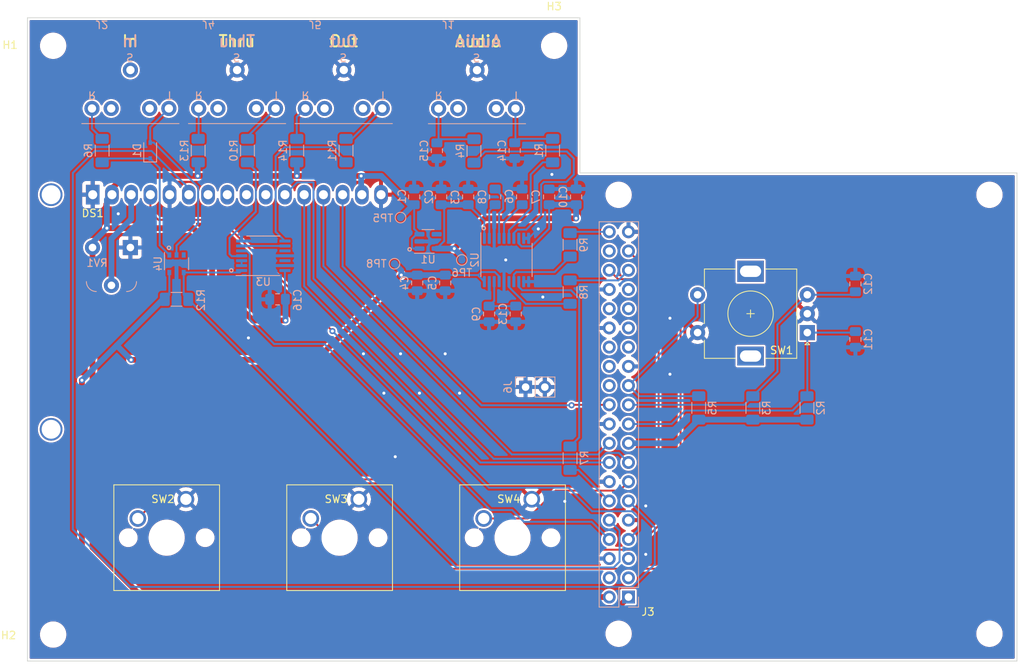
<source format=kicad_pcb>
(kicad_pcb (version 20211014) (generator pcbnew)
  (layers (0 "F.Cu" signal) (31 "B.Cu" signal) (34 "B.Paste" user) (35 "F.Paste" user) (36 "B.SilkS" user "B.Silkscreen") (37 "F.SilkS" user "F.Silkscreen") (38 "B.Mask" user) (39 "F.Mask" user) (44 "Edge.Cuts" user))
  (net 0 "")
  (net 1 "+5V")
  (net 2 "GND")
  (net 3 "/DAC_A_3V3")
  (net 4 "+3.3V")
  (net 5 "Net-(C6-Pad1)")
  (net 6 "Net-(C8-Pad1)")
  (net 7 "Net-(C8-Pad2)")
  (net 8 "Net-(C13-Pad1)")
  (net 9 "/ENC_A_CLK")
  (net 10 "/ENC_B_DT")
  (net 11 "Net-(C14-Pad1)")
  (net 12 "Net-(C15-Pad1)")
  (net 13 "Net-(D1-Pad1)")
  (net 14 "Net-(D1-Pad2)")
  (net 15 "Net-(DS1-Pad3)")
  (net 16 "/LCD_RS")
  (net 17 "/LCD_E")
  (net 22 "/LCD_D4")
  (net 23 "/LCD_D5")
  (net 24 "/LCD_D6")
  (net 25 "/LCD_D7")
  (net 27 "Net-(J2-Pad2)")
  (net 30 "/MIDI_TX")
  (net 31 "/MIDI_RX")
  (net 32 "Net-(J3-Pad12)")
  (net 33 "/BTN_3")
  (net 34 "/ENC_SW")
  (net 43 "Net-(J3-Pad35)")
  (net 44 "/BTN_1")
  (net 45 "/BTN_2")
  (net 47 "Net-(J3-Pad40)")
  (net 48 "Net-(J4-Pad2)")
  (net 49 "Net-(J4-Pad5)")
  (net 50 "Net-(J5-Pad2)")
  (net 51 "Net-(J5-Pad5)")
  (net 52 "Net-(R1-Pad1)")
  (net 53 "Net-(R4-Pad1)")
  (net 54 "/DAC_BCK")
  (net 55 "/DAC_LRCK")
  (net 56 "/DAC_DIN")
  (net 57 "Net-(R10-Pad2)")
  (net 58 "Net-(R11-Pad2)")
  (net 60 "Net-(U3-Pad2)")
  (net 61 "Net-(U3-Pad6)")
  (footprint "MountingHole:MountingHole_2.7mm_M2.5" (layer "F.Cu") (at 164.1 59.2)
    (fp_text reference "H3")
    (fp_text value "MountingHole")
  )
  (footprint "Display:WC1602A" (layer "F.Cu") (at 103.128 78.8765)
    (fp_text reference "DS1")
    (fp_text value "WC1602A")
  )
  (footprint "Button_Switch_Keyboard:SW_Cherry_MX_1.00u_PCB" (layer "F.Cu") (at 115.44 119.12)
    (fp_text reference "SW2")
    (fp_text value "B1")
  )
  (footprint "Rotary_Encoder:RotaryEncoder_Alps_EC11E-Switch_Vertical_H20mm" (layer "F.Cu") (at 197.55 97.1 180)
    (fp_text reference "SW1")
    (fp_text value "Encoder")
  )
  (footprint "Button_Switch_Keyboard:SW_Cherry_MX_1.00u_PCB" (layer "F.Cu") (at 138.29 119.12)
    (fp_text reference "SW3")
    (fp_text value "B2")
  )
  (footprint "MountingHole:MountingHole_2.7mm_M2.5" (layer "F.Cu") (at 97.9 137)
    (fp_text reference "H2")
    (fp_text value "MountingHole")
  )
  (footprint "Button_Switch_Keyboard:SW_Cherry_MX_1.00u_PCB" (layer "F.Cu") (at 161.14 119.12)
    (fp_text reference "SW4")
    (fp_text value "B3")
  )
  (footprint "raspberry-pi_rpi_hat:raspberry-pi_rpi_hat" (layer "F.Cu") (at 197.3184 97.8424 90)
    (fp_text reference "J3")
    (fp_text value "Raspberry_Pi_2_3")
  )
  (footprint "MountingHole:MountingHole_2.7mm_M2.5" (layer "F.Cu") (at 97.9 59.2)
    (fp_text reference "H1")
    (fp_text value "MountingHole")
  )
  (footprint "Package_SO:TSSOP-20_4.4x6.5mm_P0.65mm" (layer "B.Cu") (at 157.8 87.5 -90)
    (fp_text reference "U2")
    (fp_text value "PCM5102")
  )
  (footprint "TestPoint:TestPoint_Pad_D1.0mm" (layer "B.Cu") (at 143 88 180)
    (fp_text reference "TP8")
    (fp_text value "3.3V Digital DAC")
  )
  (footprint "Capacitor_SMD:C_0805_2012Metric_Pad1.18x1.45mm_HandSolder" (layer "B.Cu") (at 127.55 92.7 180)
    (fp_text reference "C16")
    (fp_text value "0.1uf")
  )
  (footprint "Capacitor_SMD:C_0805_2012Metric_Pad1.18x1.45mm_HandSolder" (layer "B.Cu") (at 163.43333 79.1625 90)
    (fp_text reference "C7")
    (fp_text value "100nf")
  )
  (footprint "Resistor_SMD:R_1206_3216Metric_Pad1.30x1.75mm_HandSolder" (layer "B.Cu") (at 183.2 107.05 90)
    (fp_text reference "R5")
    (fp_text value "10k")
  )
  (footprint "Resistor_SMD:R_1206_3216Metric_Pad1.30x1.75mm_HandSolder" (layer "B.Cu") (at 104.3752 73.05 -90)
    (fp_text reference "R6")
    (fp_text value "220")
  )
  (footprint "Capacitor_SMD:C_0805_2012Metric_Pad1.18x1.45mm_HandSolder" (layer "B.Cu") (at 148.6 73.0625 -90)
    (fp_text reference "C15")
    (fp_text value "2.2nf")
  )
  (footprint "Capacitor_SMD:C_0805_2012Metric_Pad1.18x1.45mm_HandSolder" (layer "B.Cu") (at 203.9 98 -90)
    (fp_text reference "C11")
    (fp_text value "10nf")
  )
  (footprint "Capacitor_SMD:C_0805_2012Metric_Pad1.18x1.45mm_HandSolder" (layer "B.Cu") (at 203.9 90.6625 90)
    (fp_text reference "C12")
    (fp_text value "10nf")
  )
  (footprint "Capacitor_SMD:C_0805_2012Metric_Pad1.18x1.45mm_HandSolder" (layer "B.Cu") (at 167 79.1625 90)
    (fp_text reference "C10")
    (fp_text value "10uf")
  )
  (footprint "Resistor_SMD:R_1206_3216Metric_Pad1.30x1.75mm_HandSolder" (layer "B.Cu") (at 166.2 91.75 90)
    (fp_text reference "R8")
    (fp_text value "22")
  )
  (footprint "Resistor_SMD:R_1206_3216Metric_Pad1.30x1.75mm_HandSolder" (layer "B.Cu") (at 114.2 92.7)
    (fp_text reference "R12")
    (fp_text value "470")
  )
  (footprint "Resistor_SMD:R_1206_3216Metric_Pad1.30x1.75mm_HandSolder" (layer "B.Cu") (at 130.08704 73.05 -90)
    (fp_text reference "R14")
    (fp_text value "220")
  )
  (footprint "TestPoint:TestPoint_Pad_D1.0mm" (layer "B.Cu") (at 143.8 81.9 180)
    (fp_text reference "TP5")
    (fp_text value "5V Analog DAC")
  )
  (footprint "Resistor_SMD:R_1206_3216Metric_Pad1.30x1.75mm_HandSolder" (layer "B.Cu") (at 197.5 107.05 90)
    (fp_text reference "R2")
    (fp_text value "10k")
  )
  (footprint "Resistor_SMD:R_1206_3216Metric_Pad1.30x1.75mm_HandSolder" (layer "B.Cu") (at 166.2 113.7 -90)
    (fp_text reference "R7")
    (fp_text value "22")
  )
  (footprint "Resistor_SMD:R_1206_3216Metric_Pad1.30x1.75mm_HandSolder" (layer "B.Cu") (at 190.35 107.05 90)
    (fp_text reference "R3")
    (fp_text value "10k")
  )
  (footprint "sparkfun 3.5mm:sparkfun_3.5mm_trs" (layer "B.Cu") (at 117.125 67.484)
    (fp_text reference "J4")
    (fp_text value "MIDI Thru")
  )
  (footprint "Capacitor_SMD:C_0805_2012Metric_Pad1.18x1.45mm_HandSolder" (layer "B.Cu") (at 146 90.5375 -90)
    (fp_text reference "C4")
    (fp_text value "10uf")
  )
  (footprint "Potentiometer_THT:Potentiometer_Runtron_RM-065_Vertical" (layer "B.Cu") (at 108.1 85.86 180)
    (fp_text reference "RV1")
    (fp_text value "10k")
  )
  (footprint "Resistor_SMD:R_1206_3216Metric_Pad1.30x1.75mm_HandSolder" (layer "B.Cu") (at 153.5 73.1 90)
    (fp_text reference "R4")
    (fp_text value "470")
  )
  (footprint "Resistor_SMD:R_1206_3216Metric_Pad1.30x1.75mm_HandSolder" (layer "B.Cu") (at 136.6 73.05 -90)
    (fp_text reference "R11")
    (fp_text value "220")
  )
  (footprint "Connector_PinHeader_2.54mm:PinHeader_1x02_P2.54mm_Vertical" (layer "B.Cu") (at 160.325 104.3 -90)
    (fp_text reference "J6")
    (fp_text value "GND TP")
  )
  (footprint "Capacitor_SMD:C_0805_2012Metric_Pad1.18x1.45mm_HandSolder" (layer "B.Cu") (at 159.02 94.6375 -90)
    (fp_text reference "C13")
    (fp_text value "10uf")
  )
  (footprint "Package_TO_SOT_SMD:TSOT-23-5" (layer "B.Cu") (at 147.4375 85.05)
    (fp_text reference "U1")
    (fp_text value "A3.3V ME6211C33")
  )
  (footprint "Capacitor_SMD:C_0805_2012Metric_Pad1.18x1.45mm_HandSolder" (layer "B.Cu") (at 149.7 90.5375 -90)
    (fp_text reference "C5")
    (fp_text value "100nf")
  )
  (footprint "Package_SO:TSOP-6_1.65x3.05mm_P0.95mm" (layer "B.Cu") (at 114.2 88 -90)
    (fp_text reference "U4")
    (fp_text value "H11L1")
  )
  (footprint "Diode_SMD:D_SOD-323" (layer "B.Cu") (at 110.71816 73.05 90)
    (fp_text reference "D1")
    (fp_text value "1N4148WS")
  )
  (footprint "Capacitor_SMD:C_0805_2012Metric_Pad1.18x1.45mm_HandSolder" (layer "B.Cu") (at 145.6 79.1625 90)
    (fp_text reference "C1")
    (fp_text value "100nf")
  )
  (footprint "sparkfun 3.5mm:sparkfun_3.5mm_trs" (layer "B.Cu") (at 131.222 67.484)
    (fp_text reference "J5")
    (fp_text value "MIDI Out")
  )
  (footprint "Package_SO:TSSOP-14_4.4x5mm_P0.65mm" (layer "B.Cu") (at 125.6625 86.95)
    (fp_text reference "U3")
    (fp_text value "74HCT14")
  )
  (footprint "Capacitor_SMD:C_0805_2012Metric_Pad1.18x1.45mm_HandSolder" (layer "B.Cu") (at 152.733332 79.1625 90)
    (fp_text reference "C3")
    (fp_text value "100nf")
  )
  (footprint "sparkfun 3.5mm:sparkfun_3.5mm_trs" (layer "B.Cu") (at 103.028 67.484)
    (fp_text reference "J2")
    (fp_text value "MIDI In")
  )
  (footprint "Resistor_SMD:R_1206_3216Metric_Pad1.30x1.75mm_HandSolder" (layer "B.Cu") (at 166.2 85.5 90)
    (fp_text reference "R9")
    (fp_text value "22")
  )
  (footprint "TestPoint:TestPoint_Pad_D1.0mm" (layer "B.Cu") (at 151.9 87.5 180)
    (fp_text reference "TP6")
    (fp_text value "3.3V Analog DAC")
  )
  (footprint "Capacitor_SMD:C_0805_2012Metric_Pad1.18x1.45mm_HandSolder" (layer "B.Cu") (at 158.886666 73.05 -90)
    (fp_text reference "C14")
    (fp_text value "2.2nf")
  )
  (footprint "Resistor_SMD:R_1206_3216Metric_Pad1.30x1.75mm_HandSolder" (layer "B.Cu") (at 123.57408 73.05 -90)
    (fp_text reference "R10")
    (fp_text value "220")
  )
  (footprint "Capacitor_SMD:C_0805_2012Metric_Pad1.18x1.45mm_HandSolder" (layer "B.Cu") (at 156.299998 79.1625 90)
    (fp_text reference "C8")
    (fp_text value "2.2uf")
  )
  (footprint "Capacitor_SMD:C_0805_2012Metric_Pad1.18x1.45mm_HandSolder" (layer "B.Cu") (at 159.866664 79.1625 90)
    (fp_text reference "C6")
    (fp_text value "2.2uf")
  )
  (footprint "Resistor_SMD:R_1206_3216Metric_Pad1.30x1.75mm_HandSolder" (layer "B.Cu") (at 117.06112 73.05 -90)
    (fp_text reference "R13")
    (fp_text value "220")
  )
  (footprint "Resistor_SMD:R_1206_3216Metric_Pad1.30x1.75mm_HandSolder" (layer "B.Cu") (at 163.9 73.05 90)
    (fp_text reference "R1")
    (fp_text value "470")
  )
  (footprint "sparkfun 3.5mm:sparkfun_3.5mm_trs" (layer "B.Cu") (at 148.825 67.5)
    (fp_text reference "J1")
    (fp_text value "Audio Out")
  )
  (footprint "Capacitor_SMD:C_0805_2012Metric_Pad1.18x1.45mm_HandSolder" (layer "B.Cu") (at 149.166666 79.1625 90)
    (fp_text reference "C2")
    (fp_text value "10uf")
  )
  (footprint "Capacitor_SMD:C_0805_2012Metric_Pad1.18x1.45mm_HandSolder" (layer "B.Cu") (at 155.5 94.6375 -90)
    (fp_text reference "C9")
    (fp_text value "100nf")
  )
  (gr_circle locked (center 113.2 85.9) (end 113.1 86.1) (layer "B.SilkS") (width 0.15) (fill none))
  (gr_circle locked (center 154.8 83.3) (end 154.7 83.5) (layer "B.SilkS") (width 0.15) (fill none))
  (gr_circle locked (center 145 86.1) (end 144.9 86.3) (layer "B.SilkS") (width 0.15) (fill none))
  (gr_circle locked (center 121.4373 88.877) (end 121.3373 89.077) (layer "B.SilkS") (width 0.15) (fill none))
  (gr_line locked (start 225.25 76) (end 225.25 140.5) (layer "Edge.Cuts") (width 0.1))
  (gr_line locked (start 94.5 140.5) (end 94.5 55.5) (layer "Edge.Cuts") (width 0.1))
  (gr_line locked (start 167.5 76) (end 225.25 76) (layer "Edge.Cuts") (width 0.1))
  (gr_line locked (start 225.25 140.5) (end 94.5 140.5) (layer "Edge.Cuts") (width 0.1))
  (gr_line locked (start 94.5 55.5) (end 167.5 55.5) (layer "Edge.Cuts") (width 0.1))
  (gr_line locked (start 167.5 55.5) (end 167.5 76) (layer "Edge.Cuts") (width 0.1))
  (gr_text "Thru" (at 122.1732 58.6) (layer "B.SilkS") (effects (font (size 1.5 1.5) (thickness 0.25)) (justify mirror)))
  (gr_text "In" (at 108.0732 58.6) (layer "B.SilkS") (effects (font (size 1.5 1.5) (thickness 0.25)) (justify mirror)))
  (gr_text "Audio" (at 154.0482 58.616) (layer "B.SilkS") (effects (font (size 1.5 1.5) (thickness 0.25)) (justify mirror)))
  (gr_text "Out" (at 136.2732 58.6) (layer "B.SilkS") (effects (font (size 1.5 1.5) (thickness 0.25)) (justify mirror)))
  (gr_text "In" (at 108.0732 58.6) (layer "F.SilkS") (effects (font (size 1.5 1.5) (thickness 0.25))))
  (gr_text "Audio" (at 154.0482 58.616) (layer "F.SilkS") (effects (font (size 1.5 1.5) (thickness 0.25))))
  (gr_text "Thru" (at 122.1732 58.6) (layer "F.SilkS") (effects (font (size 1.5 1.5) (thickness 0.25))))
  (gr_text "Out" (at 136.2732 58.6) (layer "F.SilkS") (effects (font (size 1.5 1.5) (thickness 0.25))))
  (segment (start 103.1 125.5) (end 103.1 85.86) (width 0.762) (layer "F.Cu") (net 1))
  (segment (start 105 83.3) (end 116.384 83.3) (width 0.762) (layer "F.Cu") (net 1))
  (segment (start 109.6424 132.0424) (end 103.1 125.5) (width 0.762) (layer "F.Cu") (net 1))
  (segment (start 118.9 90.1) (end 124.3 95.5) (width 0.762) (layer "F.Cu") (net 1))
  (segment (start 107.3225 76.4) (end 117 76.4) (width 0.762) (layer "F.Cu") (net 1))
  (segment (start 116.392 83.292) (end 118.9 85.8) (width 0.762) (layer "F.Cu") (net 1))
  (segment (start 105.668 78.0545) (end 107.3225 76.4) (width 0.762) (layer "F.Cu") (net 1))
  (segment (start 116.384 83.3) (end 116.392 83.292) (width 0.762) (layer "F.Cu") (net 1))
  (segment (start 124.3 95.5) (end 128.6 95.5) (width 0.762) (layer "F.Cu") (net 1))
  (segment (start 118.9 85.8) (end 118.9 90.1) (width 0.762) (layer "F.Cu") (net 1))
  (segment (start 117 76.4) (end 130.1 76.4) (width 0.762) (layer "F.Cu") (net 1))
  (segment (start 130.1 76.4) (end 138.6 76.4) (width 0.762) (layer "F.Cu") (net 1))
  (segment (start 171.3784 132.0424) (end 109.6424 132.0424) (width 0.762) (layer "F.Cu") (net 1))
  (via (at 128.6 95.5) (size 0.8) (drill 0.4) (layers "F.Cu" "B.Cu") (net 1))
  (via (at 130.1 76.4) (size 0.8) (drill 0.4) (layers "F.Cu" "B.Cu") (net 1))
  (via (at 138.6 76.4) (size 0.8) (drill 0.4) (layers "F.Cu" "B.Cu") (net 1))
  (via (at 117 76.4) (size 0.8) (drill 0.4) (layers "F.Cu" "B.Cu") (net 1))
  (via (at 105 83.3) (size 0.8) (drill 0.4) (layers "F.Cu" "B.Cu") (net 1))
  (segment (start 117 76.4) (end 117 74.66112) (width 0.762) (layer "B.Cu") (net 1))
  (segment (start 146.3 84.1) (end 145.6 83.4) (width 0.254) (layer "B.Cu") (net 1))
  (segment (start 103.1 85.2) (end 105 83.3) (width 0.762) (layer "B.Cu") (net 1))
  (segment (start 138.6 76.4) (end 141.24595 76.4) (width 0.762) (layer "B.Cu") (net 1))
  (segment (start 145.5 80.2) (end 143.8 81.9) (width 0.762) (layer "B.Cu") (net 1))
  (segment (start 141.24595 76.4) (end 145.04595 80.2) (width 0.762) (layer "B.Cu") (net 1))
  (segment (start 145.6 83.4) (end 145.6 80.2) (width 0.254) (layer "B.Cu") (net 1))
  (segment (start 128.525 88.9) (end 128.525 92.6375) (width 0.254) (layer "B.Cu") (net 1))
  (segment (start 145.91292 84.1) (end 145.3105 84.70242) (width 0.254) (layer "B.Cu") (net 1))
  (segment (start 145.5 86) (end 146.3 86) (width 0.254) (layer "B.Cu") (net 1))
  (segment (start 145.04595 80.2) (end 145.6 80.2) (width 0.762) (layer "B.Cu") (net 1))
  (segment (start 145.3105 84.70242) (end 145.3105 85.8105) (width 0.254) (layer "B.Cu") (net 1))
  (segment (start 105 79.5445) (end 105.668 78.8765) (width 0.762) (layer "B.Cu") (net 1))
  (segment (start 145.3105 85.8105) (end 145.5 86) (width 0.254) (layer "B.Cu") (net 1))
  (segment (start 130.1 76.4) (end 130.1 74.61296) (width 0.762) (layer "B.Cu") (net 1))
  (segment (start 138.6 76.4) (end 138.6 78.7885) (width 0.762) (layer "B.Cu") (net 1))
  (segment (start 128.6 95.5) (end 128.6 92.7125) (width 0.762) (layer "B.Cu") (net 1))
  (segment (start 105 83.3) (end 105 79.5445) (width 0.762) (layer "B.Cu") (net 1))
  (segment (start 103.1 85.86) (end 103.1 85.2) (width 0.762) (layer "B.Cu") (net 1))
  (via (at 157.7 87.5) (size 0.8) (drill 0.4) (layers "F.Cu" "B.Cu") (net 2))
  (via (at 162 83.4) (size 0.8) (drill 0.4) (layers "F.Cu" "B.Cu") (net 2))
  (via (at 151.6 105.1) (size 0.8) (drill 0.4) (layers "F.Cu" "B.Cu") (net 2))
  (via (at 143.8 99.9) (size 0.8) (drill 0.4) (layers "F.Cu" "B.Cu") (net 2))
  (via (at 176.2 126.4) (size 0.8) (drill 0.4) (layers "F.Cu" "B.Cu") (net 2))
  (via (at 163.8 76.2) (size 0.8) (drill 0.4) (layers "F.Cu" "B.Cu") (net 2))
  (via (at 176.2 120) (size 0.8) (drill 0.4) (layers "F.Cu" "B.Cu") (net 2))
  (via (at 106.5 81.4) (size 0.8) (drill 0.4) (layers "F.Cu" "B.Cu") (net 2))
  (via (at 143.1 113.5) (size 0.8) (drill 0.4) (layers "F.Cu" "B.Cu") (net 2))
  (via (at 162.6 92.4) (size 0.8) (drill 0.4) (layers "F.Cu" "B.Cu") (net 2))
  (via (at 165.5 119.4) (size 0.8) (drill 0.4) (layers "F.Cu" "B.Cu") (net 2))
  (via (at 179.4 95.2) (size 0.8) (drill 0.4) (layers "F.Cu" "B.Cu") (net 2))
  (via (at 123.7 97.8) (size 0.8) (drill 0.4) (layers "F.Cu" "B.Cu") (net 2))
  (via (at 149.7 99.9) (size 0.8) (drill 0.4) (layers "F.Cu" "B.Cu") (net 2))
  (via (at 141.6 105.1) (size 0.8) (drill 0.4) (layers "F.Cu" "B.Cu") (net 2))
  (via (at 146.3 105.1) (size 0.8) (drill 0.4) (layers "F.Cu" "B.Cu") (net 2))
  (via (at 179.4 102.6) (size 0.8) (drill 0.4) (layers "F.Cu" "B.Cu") (net 2))
  (via (at 138.9 99.9) (size 0.8) (drill 0.4) (layers "F.Cu" "B.Cu") (net 2))
  (segment (start 160.725 84.6375) (end 160.075 84.6375) (width 0.254) (layer "B.Cu") (net 2))
  (segment (start 162 83.4) (end 161.9625 83.4) (width 0.254) (layer "B.Cu") (net 2))
  (segment (start 161.9625 83.4) (end 160.725 84.6375) (width 0.254) (layer "B.Cu") (net 2))
  (segment (start 154.9 82) (end 150.9 86) (width 0.762) (layer "F.Cu") (net 3))
  (segment (start 167 82) (end 154.9 82) (width 0.762) (layer "F.Cu") (net 3))
  (via (at 150.9 86) (size 0.8) (drill 0.4) (layers "F.Cu" "B.Cu") (net 3))
  (via (at 167 82) (size 0.8) (drill 0.4) (layers "F.Cu" "B.Cu") (net 3))
  (segment (start 154.875 84.6375) (end 154.875 82.341668) (width 0.254) (layer "B.Cu") (net 3))
  (segment (start 159.425 84.6375) (end 159.425 85.328869) (width 0.254) (layer "B.Cu") (net 3))
  (segment (start 163.43333 83.36667) (end 163.43333 80.2) (width 0.254) (layer "B.Cu") (net 3))
  (segment (start 159.425 85.328869) (end 159.798131 85.702) (width 0.254) (layer "B.Cu") (net 3))
  (segment (start 152.733332 80.2) (end 149.166666 80.2) (width 0.762) (layer "B.Cu") (net 3))
  (segment (start 149.5645 85.0105) (end 149.5645 80.597834) (width 0.254) (layer "B.Cu") (net 3))
  (segment (start 161.098 85.702) (end 163.43333 83.36667) (width 0.254) (layer "B.Cu") (net 3))
  (segment (start 167 82) (end 167 80.2) (width 0.762) (layer "B.Cu") (net 3))
  (segment (start 150.9 86) (end 148.575 86) (width 0.762) (layer "B.Cu") (net 3))
  (segment (start 159.798131 85.702) (end 161.098 85.702) (width 0.254) (layer "B.Cu") (net 3))
  (segment (start 151.9 87.5) (end 151.9 87) (width 0.762) (layer "B.Cu") (net 3))
  (segment (start 148.575 86) (end 149.5645 85.0105) (width 0.254) (layer "B.Cu") (net 3))
  (segment (start 151.9 87) (end 150.9 86) (width 0.762) (layer "B.Cu") (net 3))
  (segment (start 163.43333 80.2) (end 167 80.2) (width 0.762) (layer "B.Cu") (net 3))
  (segment (start 154.875 82.341668) (end 152.733332 80.2) (width 0.254) (layer "B.Cu") (net 3))
  (segment (start 132.7 100.7) (end 143.9 89.5) (width 0.762) (layer "F.Cu") (net 4))
  (segment (start 173.9184 132.0424) (end 172.4874 133.4734) (width 0.762) (layer "F.Cu") (net 4))
  (segment (start 101.7 126.2) (end 108.9734 133.4734) (width 0.762) (layer "F.Cu") (net 4))
  (segment (start 101.7 126.2) (end 101.7 103.4) (width 0.762) (layer "F.Cu") (net 4))
  (segment (start 172.4874 133.4734) (end 108.9734 133.4734) (width 0.762) (layer "F.Cu") (net 4))
  (segment (start 108.2 100.7) (end 132.7 100.7) (width 0.762) (layer "F.Cu") (net 4))
  (via (at 108.2 100.7) (size 0.8) (drill 0.4) (layers "F.Cu" "B.Cu") (net 4))
  (via (at 101.7 103.4) (size 0.8) (drill 0.4) (layers "F.Cu" "B.Cu") (net 4))
  (via (at 143.9 89.5) (size 0.8) (drill 0.4) (layers "F.Cu" "B.Cu") (net 4))
  (segment (start 113.25 89.16) (end 113.25 92.1) (width 0.254) (layer "B.Cu") (net 4))
  (segment (start 113.25 92.1) (end 112.65 92.7) (width 0.254) (layer "B.Cu") (net 4))
  (segment (start 173.9184 111.7224) (end 180.0776 111.7224) (width 0.762) (layer "B.Cu") (net 4))
  (segment (start 106.3 98.8) (end 108.2 100.7) (width 0.762) (layer "B.Cu") (net 4))
  (segment (start 156.253869 89.1) (end 156.825 89.671131) (width 0.254) (layer "B.Cu") (net 4))
  (segment (start 154.5 89.1) (end 156.253869 89.1) (width 0.254) (layer "B.Cu") (net 4))
  (segment (start 154.875 90.3625) (end 154.0125 89.5) (width 0.254) (layer "B.Cu") (net 4))
  (segment (start 101.7 103.4) (end 106.3 98.8) (width 0.762) (layer "B.Cu") (net 4))
  (segment (start 156.825 89.671131) (end 156.825 90.3625) (width 0.254) (layer "B.Cu") (net 4))
  (segment (start 106.3 98.8) (end 112.4 92.7) (width 0.762) (layer "B.Cu") (net 4))
  (segment (start 146 89.5) (end 149.7 89.5) (width 0.762) (layer "B.Cu") (net 4))
  (segment (start 190.35 108.6) (end 197.5 108.6) (width 0.762) (layer "B.Cu") (net 4))
  (segment (start 183.2 108.6) (end 190.35 108.6) (width 0.762) (layer "B.Cu") (net 4))
  (segment (start 143.9 88.9) (end 143 88) (width 0.762) (layer "B.Cu") (net 4))
  (segment (start 143.9 89.5) (end 143.9 88.9) (width 0.762) (layer "B.Cu") (net 4))
  (segment (start 154.1 89.5) (end 154.5 89.1) (width 0.254) (layer "B.Cu") (net 4))
  (segment (start 143.9 89.5) (end 146 89.5) (width 0.762) (layer "B.Cu") (net 4))
  (segment (start 154.0125 89.5) (end 149.7 89.5) (width 0.254) (layer "B.Cu") (net 4))
  (segment (start 154.0125 89.5) (end 154.1 89.5) (width 0.254) (layer "B.Cu") (net 4))
  (segment (start 180.0776 111.7224) (end 183.2 108.6) (width 0.762) (layer "B.Cu") (net 4))
  (segment (start 157.475 82.591664) (end 159.866664 80.2) (width 0.254) (layer "B.Cu") (net 5))
  (segment (start 157.475 84.6375) (end 157.475 82.591664) (width 0.254) (layer "B.Cu") (net 5))
  (segment (start 155.525 80.974998) (end 156.299998 80.2) (width 0.254) (layer "B.Cu") (net 6))
  (segment (start 155.525 84.6375) (end 155.525 80.974998) (width 0.254) (layer "B.Cu") (net 6))
  (segment (start 157.351998 79.177) (end 156.299998 78.125) (width 0.254) (layer "B.Cu") (net 7))
  (segment (start 157.351998 80.776501) (end 157.351998 79.177) (width 0.254) (layer "B.Cu") (net 7))
  (segment (start 156.825 84.6375) (end 156.825 81.303499) (width 0.254) (layer "B.Cu") (net 7))
  (segment (start 156.825 81.303499) (end 157.351998 80.776501) (width 0.254) (layer "B.Cu") (net 7))
  (segment (start 156.175 90.3625) (end 156.175 92.925) (width 0.254) (layer "B.Cu") (net 8))
  (segment (start 159.02 93.6) (end 155.5 93.6) (width 0.254) (layer "B.Cu") (net 8))
  (segment (start 156.175 92.925) (end 155.5 93.6) (width 0.254) (layer "B.Cu") (net 8))
  (segment (start 197.55 105.45) (end 197.55 97.1) (width 0.254) (layer "B.Cu") (net 9))
  (segment (start 181.4 107.4) (end 195.6 107.4) (width 0.254) (layer "B.Cu") (net 9))
  (segment (start 197.55 97.1) (end 203.7625 97.1) (width 0.254) (layer "B.Cu") (net 9))
  (segment (start 173.9184 109.1824) (end 179.6176 109.1824) (width 0.254) (layer "B.Cu") (net 9))
  (segment (start 179.6176 109.1824) (end 181.4 107.4) (width 0.254) (layer "B.Cu") (net 9))
  (segment (start 195.6 107.4) (end 197.5 105.5) (width 0.254) (layer "B.Cu") (net 9))
  (segment (start 197.55 92.1) (end 203.5 92.1) (width 0.254) (layer "B.Cu") (net 10))
  (segment (start 173.9184 106.6424) (end 189.2076 106.6424) (width 0.254) (layer "B.Cu") (net 10))
  (segment (start 190.35 105.5) (end 193.6 102.25) (width 0.254) (layer "B.Cu") (net 10))
  (segment (start 193.6 102.25) (end 193.6 96.05) (width 0.254) (layer "B.Cu") (net 10))
  (segment (start 193.6 96.05) (end 197.55 92.1) (width 0.254) (layer "B.Cu") (net 10))
  (segment (start 189.2076 106.6424) (end 190.35 105.5) (width 0.254) (layer "B.Cu") (net 10))
  (segment (start 159.399166 71.5) (end 158.886666 72.0125) (width 0.254) (layer "B.Cu") (net 11))
  (segment (start 163.9 71.5) (end 159.399166 71.5) (width 0.254) (layer "B.Cu") (net 11))
  (segment (start 158.985 71.914166) (end 158.985 67.5) (width 0.254) (layer "B.Cu") (net 11))
  (segment (start 153.5 71.55) (end 149.075 71.55) (width 0.254) (layer "B.Cu") (net 12))
  (segment (start 149.075 71.55) (end 148.6 72.025) (width 0.254) (layer "B.Cu") (net 12))
  (segment (start 148.825 71.8) (end 148.825 67.5) (width 0.254) (layer "B.Cu") (net 12))
  (segment (start 104.8752 74.1) (end 110.71816 74.1) (width 0.254) (layer "B.Cu") (net 13))
  (segment (start 111.975 85.565) (end 113.25 86.84) (width 0.254) (layer "B.Cu") (net 13))
  (segment (start 111.975 75.35684) (end 111.975 85.565) (width 0.254) (layer "B.Cu") (net 13))
  (segment (start 110.71816 74.1) (end 111.975 75.35684) (width 0.254) (layer "B.Cu") (net 13))
  (segment (start 114.2 85.6) (end 114.2 86.84) (width 0.254) (layer "B.Cu") (net 14))
  (segment (start 117.055 82.745) (end 114.2 85.6) (width 0.254) (layer "B.Cu") (net 14))
  (segment (start 110.71816 72) (end 111.19716 72) (width 0.254) (layer "B.Cu") (net 14))
  (segment (start 110.71816 72) (end 110.71816 69.95384) (width 0.254) (layer "B.Cu") (net 14))
  (segment (start 117.055 77.85784) (end 117.055 82.745) (width 0.254) (layer "B.Cu") (net 14))
  (segment (start 110.71816 69.95384) (end 113.188 67.484) (width 0.254) (layer "B.Cu") (net 14))
  (segment (start 111.19716 72) (end 117.055 77.85784) (width 0.254) (layer "B.Cu") (net 14))
  (segment (start 105.6 90.86) (end 105.6 84.7) (width 0.762) (layer "B.Cu") (net 15))
  (segment (start 108.208 82.092) (end 108.208 78.8765) (width 0.762) (layer "B.Cu") (net 15))
  (segment (start 105.6 84.7) (end 108.208 82.092) (width 0.762) (layer "B.Cu") (net 15))
  (segment (start 110.748 78.8765) (end 110.748 81.148) (width 0.254) (layer "F.Cu") (net 16))
  (segment (start 120.1 82.2) (end 134.8 96.9) (width 0.254) (layer "F.Cu") (net 16))
  (segment (start 110.748 81.148) (end 111.8 82.2) (width 0.254) (layer "F.Cu") (net 16))
  (segment (start 111.8 82.2) (end 120.1 82.2) (width 0.254) (layer "F.Cu") (net 16))
  (via (at 134.8 96.9) (size 0.8) (drill 0.4) (layers "F.Cu" "B.Cu") (net 16))
  (segment (start 166 117.6) (end 169.1054 120.7054) (width 0.254) (layer "B.Cu") (net 16))
  (segment (start 155.5 117.6) (end 166 117.6) (width 0.254) (layer "B.Cu") (net 16))
  (segment (start 175.2 123.1408) (end 173.9184 124.4224) (width 0.254) (layer "B.Cu") (net 16))
  (segment (start 174.4054 120.7054) (end 175.2 121.5) (width 0.254) (layer "B.Cu") (net 16))
  (segment (start 134.8 96.9) (end 155.5 117.6) (width 0.254) (layer "B.Cu") (net 16))
  (segment (start 169.1054 120.7054) (end 174.4054 120.7054) (width 0.254) (layer "B.Cu") (net 16))
  (segment (start 175.2 121.5) (end 175.2 123.1408) (width 0.254) (layer "B.Cu") (net 16))
  (segment (start 174.4 130.7) (end 177.4 127.7) (width 0.254) (layer "B.Cu") (net 17))
  (segment (start 177.4 122.824) (end 173.9184 119.3424) (width 0.254) (layer "B.Cu") (net 17))
  (segment (start 108.1 130.7) (end 174.4 130.7) (width 0.254) (layer "B.Cu") (net 17))
  (segment (start 177.4 127.7) (end 177.4 122.824) (width 0.254) (layer "B.Cu") (net 17))
  (segment (start 100.5 123.1) (end 108.1 130.7) (width 0.254) (layer "B.Cu") (net 17))
  (segment (start 103.4 73.1) (end 100.5 76) (width 0.254) (layer "B.Cu") (net 17))
  (segment (start 110.89716 73.1) (end 103.4 73.1) (width 0.254) (layer "B.Cu") (net 17))
  (segment (start 115.828 78.03084) (end 110.89716 73.1) (width 0.254) (layer "B.Cu") (net 17))
  (segment (start 100.5 76) (end 100.5 123.1) (width 0.254) (layer "B.Cu") (net 17))
  (segment (start 132.2495 77.2495) (end 132.3 77.3) (width 0.254) (layer "B.Cu") (net 22))
  (segment (start 130.155 77.2495) (end 132.2495 77.2495) (width 0.254) (layer "B.Cu") (net 22))
  (segment (start 132.3 89.971866) (end 156.103004 113.77487) (width 0.254) (layer "B.Cu") (net 22))
  (segment (start 170.2014 113.77487) (end 170.97627 113) (width 0.254) (layer "B.Cu") (net 22))
  (segment (start 156.103004 113.77487) (end 170.2014 113.77487) (width 0.254) (layer "B.Cu") (net 22))
  (segment (start 128.528 78.8765) (end 130.155 77.2495) (width 0.254) (layer "B.Cu") (net 22))
  (segment (start 170.97627 113) (end 172.656 113) (width 0.254) (layer "B.Cu") (net 22))
  (segment (start 132.3 77.3) (end 132.3 89.971866) (width 0.254) (layer "B.Cu") (net 22))
  (segment (start 172.656 113) (end 173.9184 114.2624) (width 0.254) (layer "B.Cu") (net 22))
  (segment (start 131.068 90.968) (end 154.3624 114.2624) (width 0.254) (layer "B.Cu") (net 23))
  (segment (start 131.068 78.8765) (end 131.068 90.968) (width 0.254) (layer "B.Cu") (net 23))
  (segment (start 154.3624 114.2624) (end 171.3784 114.2624) (width 0.254) (layer "B.Cu") (net 23))
  (segment (start 133.608 78.8765) (end 133.608 88.308) (width 0.254) (layer "B.Cu") (net 24))
  (segment (start 169.9008 113.2) (end 171.3784 111.7224) (width 0.254) (layer "B.Cu") (net 24))
  (segment (start 158.5 113.2) (end 169.9008 113.2) (width 0.254) (layer "B.Cu") (net 24))
  (segment (start 133.608 88.308) (end 158.5 113.2) (width 0.254) (layer "B.Cu") (net 24))
  (segment (start 166.4576 106.6424) (end 171.3784 106.6424) (width 0.254) (layer "F.Cu") (net 25))
  (segment (start 166.4 106.7) (end 166.4576 106.6424) (width 0.254) (layer "F.Cu") (net 25))
  (via (at 166.4 106.7) (size 0.8) (drill 0.4) (layers "F.Cu" "B.Cu") (net 25))
  (segment (start 154.5 106.7) (end 166.4 106.7) (width 0.254) (layer "B.Cu") (net 25))
  (segment (start 136.148 88.348) (end 154.5 106.7) (width 0.254) (layer "B.Cu") (net 25))
  (segment (start 136.148 78.8765) (end 136.148 88.348) (width 0.254) (layer "B.Cu") (net 25))
  (segment (start 104.3752 71.5) (end 103.028 70.1528) (width 0.254) (layer "B.Cu") (net 27))
  (segment (start 103.028 70.1528) (end 103.028 67.484) (width 0.254) (layer "B.Cu") (net 27))
  (segment (start 127.1 98.6) (end 133.748083 98.6) (width 0.254) (layer "B.Cu") (net 30))
  (segment (start 123.8645 86.673131) (end 123.8645 95.3645) (width 0.254) (layer "B.Cu") (net 30))
  (segment (start 123.491369 86.3) (end 123.8645 86.673131) (width 0.254) (layer "B.Cu") (net 30))
  (segment (start 155.695083 120.547) (end 158.547 120.547) (width 0.254) (layer "B.Cu") (net 30))
  (segment (start 169.056 122.1) (end 171.3784 124.4224) (width 0.254) (layer "B.Cu") (net 30))
  (segment (start 123.8645 95.3645) (end 127.1 98.6) (width 0.254) (layer "B.Cu") (net 30))
  (segment (start 160.1 122.1) (end 169.056 122.1) (width 0.254) (layer "B.Cu") (net 30))
  (segment (start 158.547 120.547) (end 160.1 122.1) (width 0.254) (layer "B.Cu") (net 30))
  (segment (start 133.748083 98.6) (end 155.695083 120.547) (width 0.254) (layer "B.Cu") (net 30))
  (segment (start 122.8 86.3) (end 123.491369 86.3) (width 0.254) (layer "B.Cu") (net 30))
  (segment (start 122.8 88.9) (end 122.54 89.16) (width 0.254) (layer "B.Cu") (net 31))
  (segment (start 115.15 92.1) (end 115.75 92.7) (width 0.254) (layer "B.Cu") (net 31))
  (segment (start 115.15 89.16) (end 115.15 92.1) (width 0.254) (layer "B.Cu") (net 31))
  (segment (start 171.9606 128.1394) (end 151.1894 128.1394) (width 0.254) (layer "B.Cu") (net 31))
  (segment (start 122.54 89.16) (end 115.15 89.16) (width 0.254) (layer "B.Cu") (net 31))
  (segment (start 172.7414 127.3586) (end 171.9606 128.1394) (width 0.254) (layer "B.Cu") (net 31))
  (segment (start 171.3784 121.8824) (end 172.7414 123.2454) (width 0.254) (layer "B.Cu") (net 31))
  (segment (start 151.1894 128.1394) (end 115.75 92.7) (width 0.254) (layer "B.Cu") (net 31))
  (segment (start 172.7414 123.2454) (end 172.7414 127.3586) (width 0.254) (layer "B.Cu") (net 31))
  (segment (start 167.286 115.25) (end 166.2 115.25) (width 0.254) (layer "B.Cu") (net 32))
  (segment (start 171.3784 119.3424) (end 167.286 115.25) (width 0.254) (layer "B.Cu") (net 32))
  (segment (start 173.9184 116.8024) (end 172.7414 117.9794) (width 0.254) (layer "F.Cu") (net 33))
  (segment (start 172.7414 117.9794) (end 164.298683 117.9794) (width 0.254) (layer "F.Cu") (net 33))
  (segment (start 160.618083 121.66) (end 154.79 121.66) (width 0.254) (layer "F.Cu") (net 33))
  (segment (start 164.298683 117.9794) (end 160.618083 121.66) (width 0.254) (layer "F.Cu") (net 33))
  (segment (start 183.05 94.9708) (end 183.05 92.1) (width 0.254) (layer "B.Cu") (net 34))
  (segment (start 173.9184 104.1024) (end 183.05 94.9708) (width 0.254) (layer "B.Cu") (net 34))
  (segment (start 175.316 105.5) (end 173.9184 104.1024) (width 0.254) (layer "B.Cu") (net 34))
  (segment (start 183.2 105.5) (end 175.316 105.5) (width 0.254) (layer "B.Cu") (net 34))
  (segment (start 172.5808 90.2) (end 173.9184 88.8624) (width 0.254) (layer "B.Cu") (net 43))
  (segment (start 166.2 90.2) (end 172.5808 90.2) (width 0.254) (layer "B.Cu") (net 43))
  (segment (start 114.25 116.5) (end 109.09 121.66) (width 0.254) (layer "F.Cu") (net 44))
  (segment (start 141.1 116.5) (end 114.25 116.5) (width 0.254) (layer "F.Cu") (net 44))
  (segment (start 171.3784 88.8624) (end 172.5554 90.0394) (width 0.254) (layer "F.Cu") (net 44))
  (segment (start 174.7146 125.7854) (end 161.4146 125.7854) (width 0.254) (layer "F.Cu") (net 44))
  (segment (start 160.1 127.1) (end 151.7 127.1) (width 0.254) (layer "F.Cu") (net 44))
  (segment (start 177.9 122.6) (end 174.7146 125.7854) (width 0.254) (layer "F.Cu") (net 44))
  (segment (start 172.5554 90.0394) (end 174.2394 90.0394) (width 0.254) (layer "F.Cu") (net 44))
  (segment (start 177.9 93.7) (end 177.9 122.6) (width 0.254) (layer "F.Cu") (net 44))
  (segment (start 161.4146 125.7854) (end 160.1 127.1) (width 0.254) (layer "F.Cu") (net 44))
  (segment (start 174.2394 90.0394) (end 177.9 93.7) (width 0.254) (layer "F.Cu") (net 44))
  (segment (start 151.7 127.1) (end 141.1 116.5) (width 0.254) (layer "F.Cu") (net 44))
  (segment (start 133.222999 125.246719) (end 136.27628 128.3) (width 0.254) (layer "F.Cu") (net 45))
  (segment (start 133.222999 122.942999) (end 133.222999 125.246719) (width 0.254) (layer "F.Cu") (net 45))
  (segment (start 136.27628 128.3) (end 177.8 128.3) (width 0.254) (layer "F.Cu") (net 45))
  (segment (start 177.8 128.3) (end 180.8 125.3) (width 0.254) (layer "F.Cu") (net 45))
  (segment (start 180.8 93.204) (end 173.9184 86.3224) (width 0.254) (layer "F.Cu") (net 45))
  (segment (start 180.8 125.3) (end 180.8 93.204) (width 0.254) (layer "F.Cu") (net 45))
  (segment (start 131.94 121.66) (end 133.222999 122.942999) (width 0.254) (layer "F.Cu") (net 45))
  (segment (start 171.3784 83.7824) (end 166.3676 83.7824) (width 0.254) (layer "B.Cu") (net 47))
  (segment (start 117.125 71.43612) (end 117.125 67.484) (width 0.254) (layer "B.Cu") (net 48))
  (segment (start 123.57408 71.19492) (end 127.285 67.484) (width 0.254) (layer "B.Cu") (net 49))
  (segment (start 130.08704 71.5) (end 130.08704 68.61896) (width 0.254) (layer "B.Cu") (net 50))
  (segment (start 130.08704 68.61896) (end 131.222 67.484) (width 0.254) (layer "B.Cu") (net 50))
  (segment (start 136.6 71.5) (end 137.366 71.5) (width 0.254) (layer "B.Cu") (net 51))
  (segment (start 137.366 71.5) (end 141.382 67.484) (width 0.254) (layer "B.Cu") (net 51))
  (segment (start 162.6 74.6) (end 163.9 74.6) (width 0.254) (layer "B.Cu") (net 52))
  (segment (start 158.125 84.6375) (end 158.125 83.570165) (width 0.254) (layer "B.Cu") (net 52))
  (segment (start 161 80.695165) (end 161 76.2) (width 0.254) (layer "B.Cu") (net 52))
  (segment (start 158.125 83.570165) (end 161 80.695165) (width 0.254) (layer "B.Cu") (net 52))
  (segment (start 161 76.2) (end 162.6 74.6) (width 0.254) (layer "B.Cu") (net 52))
  (segment (start 158.775 83.946131) (end 159.229 83.492131) (width 0.254) (layer "B.Cu") (net 53))
  (segment (start 160.392131 83.492131) (end 160.4 83.5) (width 0.254) (layer "B.Cu") (net 53))
  (segment (start 158.775 84.6375) (end 158.775 83.946131) (width 0.254) (layer "B.Cu") (net 53))
  (segment (start 165.773 73.173) (end 154.977 73.173) (width 0.254) (layer "B.Cu") (net 53))
  (segment (start 160.4 83.5) (end 162.38133 81.51867) (width 0.254) (layer "B.Cu") (net 53))
  (segment (start 162.38133 77.548499) (end 162.729829 77.2) (width 0.254) (layer "B.Cu") (net 53))
  (segment (start 166.7 76.2) (end 166.7 74.1) (width 0.254) (layer "B.Cu") (net 53))
  (segment (start 159.229 83.492131) (end 160.392131 83.492131) (width 0.254) (layer "B.Cu") (net 53))
  (segment (start 166.7 74.1) (end 165.773 73.173) (width 0.254) (layer "B.Cu") (net 53))
  (segment (start 162.38133 81.51867) (end 162.38133 77.548499) (width 0.254) (layer "B.Cu") (net 53))
  (segment (start 165.7 77.2) (end 166.7 76.2) (width 0.254) (layer "B.Cu") (net 53))
  (segment (start 162.729829 77.2) (end 165.7 77.2) (width 0.254) (layer "B.Cu") (net 53))
  (segment (start 154.977 73.173) (end 153.5 74.65) (width 0.254) (layer "B.Cu") (net 53))
  (segment (start 159.871131 91.5) (end 159.425 91.053869) (width 0.254) (layer "B.Cu") (net 54))
  (segment (start 166.2 112.15) (end 167.402 110.948) (width 0.254) (layer "B.Cu") (net 54))
  (segment (start 167.402 110.948) (end 167.402 92.579) (width 0.254) (layer "B.Cu") (net 54))
  (segment (start 167.402 92.579) (end 166.323 91.5) (width 0.254) (layer "B.Cu") (net 54))
  (segment (start 159.425 91.053869) (end 159.425 90.3625) (width 0.254) (layer "B.Cu") (net 54))
  (segment (start 166.323 91.5) (end 159.871131 91.5) (width 0.254) (layer "B.Cu") (net 54))
  (segment (start 160.348501 93.3) (end 158.125 91.076499) (width 0.254) (layer "B.Cu") (net 55))
  (segment (start 158.125 91.076499) (end 158.125 90.3625) (width 0.254) (layer "B.Cu") (net 55))
  (segment (start 166.2 93.3) (end 160.348501 93.3) (width 0.254) (layer "B.Cu") (net 55))
  (segment (start 166.2 87.05) (end 164.15 89.1) (width 0.254) (layer "B.Cu") (net 56))
  (segment (start 164.15 89.1) (end 159.100131 89.1) (width 0.254) (layer "B.Cu") (net 56))
  (segment (start 158.775 89.425131) (end 158.775 90.3625) (width 0.254) (layer "B.Cu") (net 56))
  (segment (start 159.100131 89.1) (end 158.775 89.425131) (width 0.254) (layer "B.Cu") (net 56))
  (segment (start 121.2 84.6) (end 121.2 86.7) (width 0.254) (layer "B.Cu") (net 57))
  (segment (start 121.2 86.7) (end 121.5 87) (width 0.254) (layer "B.Cu") (net 57))
  (segment (start 123.57408 74.6) (end 124.675 75.70092) (width 0.254) (layer "B.Cu") (net 57))
  (segment (start 124.675 81.125) (end 121.2 84.6) (width 0.254) (layer "B.Cu") (net 57))
  (segment (start 124.675 75.70092) (end 124.675 81.125) (width 0.254) (layer "B.Cu") (net 57))
  (segment (start 121.5 87) (end 122.75 87) (width 0.254) (layer "B.Cu") (net 57))
  (segment (start 127.3 73.8) (end 128.5 72.6) (width 0.254) (layer "B.Cu") (net 58))
  (segment (start 127.3 83.775) (end 127.3 73.8) (width 0.254) (layer "B.Cu") (net 58))
  (segment (start 128.5 72.6) (end 134.6 72.6) (width 0.254) (layer "B.Cu") (net 58))
  (segment (start 134.6 72.6) (end 136.6 74.6) (width 0.254) (layer "B.Cu") (net 58))
  (segment (start 128.525 85) (end 127.3 83.775) (width 0.254) (layer "B.Cu") (net 58))
  (segment (start 122.8 87.6) (end 122.8 88.25) (width 0.254) (layer "B.Cu") (net 60))
  (segment (start 128.525 85.65) (end 122.8 85.65) (width 0.254) (layer "B.Cu") (net 61))
  (zone (net 2) (net_name "GND") (layers F&B.Cu) (connect_pads (clearance 0.508)) (min_thickness 0.254) (fill yes (thermal_gap 0.508) (thermal_bridge_width 0.508))
    (polygon (pts (xy 226.2 141.6) (xy 93.2 141.7) (xy 93.4 54.3) (xy 226.1 54.2)))
  )
  (zone (net 2) (net_name "GND") (layers F&B.Cu) (connect_pads (clearance 0.254)) (min_thickness 0.254) (fill yes (thermal_gap 0.508) (thermal_bridge_width 0.508))
    (polygon (pts (xy 226.2 141.6) (xy 93.2 141.7) (xy 93.4 54.3) (xy 226.1 54.2)))
  )
)
</source>
